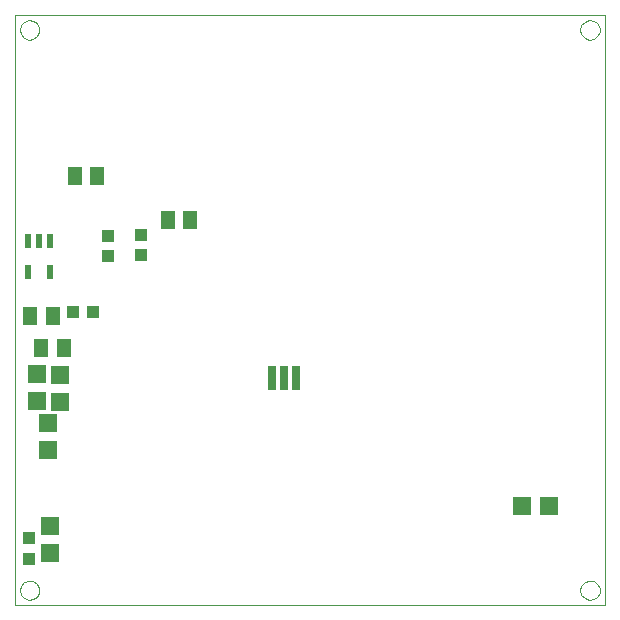
<source format=gbp>
G75*
G70*
%OFA0B0*%
%FSLAX24Y24*%
%IPPOS*%
%LPD*%
%AMOC8*
5,1,8,0,0,1.08239X$1,22.5*
%
%ADD10C,0.0000*%
%ADD11R,0.0600X0.0600*%
%ADD12R,0.0276X0.0787*%
%ADD13R,0.0512X0.0630*%
%ADD14R,0.0394X0.0433*%
%ADD15R,0.0433X0.0394*%
%ADD16R,0.0217X0.0472*%
%ADD17R,0.0512X0.0591*%
D10*
X000534Y000171D02*
X000534Y019856D01*
X020219Y019856D01*
X020211Y000171D01*
X000534Y000171D01*
X000709Y000671D02*
X000746Y000822D01*
X000849Y000938D01*
X000995Y000994D01*
X001149Y000975D01*
X001277Y000887D01*
X001350Y000749D01*
X001350Y000593D01*
X001277Y000455D01*
X001149Y000367D01*
X000995Y000348D01*
X000849Y000404D01*
X000746Y000520D01*
X000709Y000671D01*
X000709Y019349D02*
X000746Y019500D01*
X000849Y019616D01*
X000995Y019672D01*
X001149Y019653D01*
X001277Y019565D01*
X001350Y019427D01*
X001350Y019271D01*
X001277Y019133D01*
X001149Y019045D01*
X000995Y019026D01*
X000849Y019082D01*
X000746Y019198D01*
X000709Y019349D01*
X019386Y019349D02*
X019423Y019500D01*
X019526Y019616D01*
X019672Y019672D01*
X019826Y019653D01*
X019954Y019565D01*
X020027Y019427D01*
X020027Y019271D01*
X019954Y019133D01*
X019826Y019045D01*
X019672Y019026D01*
X019526Y019082D01*
X019423Y019198D01*
X019386Y019349D01*
X019386Y000671D02*
X019423Y000822D01*
X019526Y000938D01*
X019672Y000994D01*
X019826Y000975D01*
X019954Y000887D01*
X020027Y000749D01*
X020027Y000593D01*
X019954Y000455D01*
X019826Y000367D01*
X019672Y000348D01*
X019526Y000404D01*
X019423Y000520D01*
X019386Y000671D01*
D11*
X018349Y003467D03*
X017449Y003467D03*
X002047Y006952D03*
X001270Y006972D03*
X001626Y006238D03*
X001626Y005338D03*
X002047Y007852D03*
X001270Y007872D03*
X001710Y002810D03*
X001710Y001910D03*
D12*
X009106Y007760D03*
X009500Y007760D03*
X009893Y007760D03*
D13*
X006382Y013021D03*
X005634Y013021D03*
X003286Y014493D03*
X002538Y014493D03*
D14*
X003644Y012494D03*
X003644Y011825D03*
X004743Y011845D03*
X004743Y012514D03*
X000999Y002396D03*
X000999Y001726D03*
D15*
X002483Y009943D03*
X003152Y009943D03*
D16*
X001723Y011285D03*
X000975Y011285D03*
X000975Y012309D03*
X001349Y012309D03*
X001723Y012309D03*
D17*
X001798Y009809D03*
X001050Y009809D03*
X001424Y008746D03*
X002172Y008746D03*
M02*

</source>
